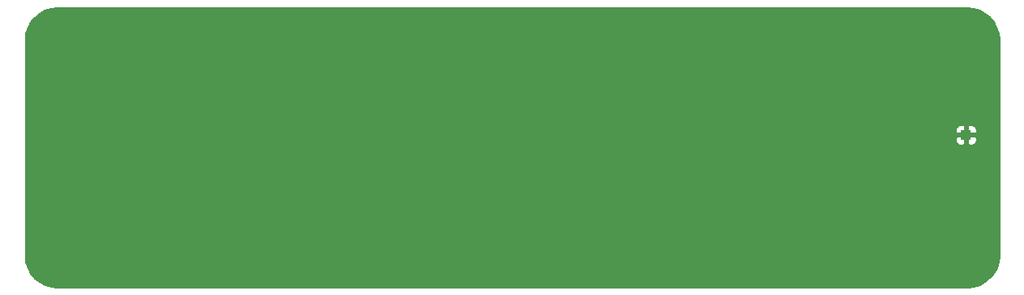
<source format=gbr>
G04 #@! TF.GenerationSoftware,KiCad,Pcbnew,(5.1.5-0)*
G04 #@! TF.CreationDate,2020-11-29T16:32:21-07:00*
G04 #@! TF.ProjectId,front_panel,66726f6e-745f-4706-916e-656c2e6b6963,rev?*
G04 #@! TF.SameCoordinates,Original*
G04 #@! TF.FileFunction,Copper,L1,Top*
G04 #@! TF.FilePolarity,Positive*
%FSLAX46Y46*%
G04 Gerber Fmt 4.6, Leading zero omitted, Abs format (unit mm)*
G04 Created by KiCad (PCBNEW (5.1.5-0)) date 2020-11-29 16:32:21*
%MOMM*%
%LPD*%
G04 APERTURE LIST*
%ADD10R,1.000000X1.000000*%
%ADD11C,5.800000*%
%ADD12C,13.000000*%
%ADD13C,0.250000*%
%ADD14C,0.254000*%
G04 APERTURE END LIST*
D10*
X195000000Y-110000000D03*
D11*
X100000000Y-100000000D03*
X100000000Y-122630000D03*
X195130000Y-100000000D03*
X195130000Y-122630000D03*
D12*
X112565000Y-118715000D03*
X132565000Y-118715000D03*
X152565000Y-118715000D03*
X172565000Y-118715000D03*
X122565000Y-103915000D03*
X142565000Y-103915000D03*
X162565000Y-103915000D03*
X182565000Y-103915000D03*
D13*
X152565000Y-118715000D02*
X172565000Y-118715000D01*
D14*
G36*
X195765502Y-96790476D02*
G01*
X196376802Y-96975039D01*
X196940603Y-97274817D01*
X197435445Y-97678399D01*
X197842474Y-98170412D01*
X198146184Y-98732112D01*
X198335008Y-99342104D01*
X198405000Y-100008036D01*
X198405001Y-122597712D01*
X198339524Y-123265501D01*
X198154962Y-123876800D01*
X197855183Y-124440603D01*
X197451598Y-124935447D01*
X196959587Y-125342474D01*
X196397888Y-125646184D01*
X195787896Y-125835008D01*
X195121964Y-125905000D01*
X100032278Y-125905000D01*
X99364499Y-125839524D01*
X98753200Y-125654962D01*
X98189397Y-125355183D01*
X97694553Y-124951598D01*
X97287526Y-124459587D01*
X96983816Y-123897888D01*
X96794992Y-123287896D01*
X96725000Y-122621964D01*
X96725000Y-110500000D01*
X193861928Y-110500000D01*
X193874188Y-110624482D01*
X193910498Y-110744180D01*
X193969463Y-110854494D01*
X194048815Y-110951185D01*
X194145506Y-111030537D01*
X194255820Y-111089502D01*
X194375518Y-111125812D01*
X194500000Y-111138072D01*
X194714250Y-111135000D01*
X194873000Y-110976250D01*
X194873000Y-110127000D01*
X195127000Y-110127000D01*
X195127000Y-110976250D01*
X195285750Y-111135000D01*
X195500000Y-111138072D01*
X195624482Y-111125812D01*
X195744180Y-111089502D01*
X195854494Y-111030537D01*
X195951185Y-110951185D01*
X196030537Y-110854494D01*
X196089502Y-110744180D01*
X196125812Y-110624482D01*
X196138072Y-110500000D01*
X196135000Y-110285750D01*
X195976250Y-110127000D01*
X195127000Y-110127000D01*
X194873000Y-110127000D01*
X194023750Y-110127000D01*
X193865000Y-110285750D01*
X193861928Y-110500000D01*
X96725000Y-110500000D01*
X96725000Y-109500000D01*
X193861928Y-109500000D01*
X193865000Y-109714250D01*
X194023750Y-109873000D01*
X194873000Y-109873000D01*
X194873000Y-109023750D01*
X195127000Y-109023750D01*
X195127000Y-109873000D01*
X195976250Y-109873000D01*
X196135000Y-109714250D01*
X196138072Y-109500000D01*
X196125812Y-109375518D01*
X196089502Y-109255820D01*
X196030537Y-109145506D01*
X195951185Y-109048815D01*
X195854494Y-108969463D01*
X195744180Y-108910498D01*
X195624482Y-108874188D01*
X195500000Y-108861928D01*
X195285750Y-108865000D01*
X195127000Y-109023750D01*
X194873000Y-109023750D01*
X194714250Y-108865000D01*
X194500000Y-108861928D01*
X194375518Y-108874188D01*
X194255820Y-108910498D01*
X194145506Y-108969463D01*
X194048815Y-109048815D01*
X193969463Y-109145506D01*
X193910498Y-109255820D01*
X193874188Y-109375518D01*
X193861928Y-109500000D01*
X96725000Y-109500000D01*
X96725000Y-100032278D01*
X96790476Y-99364498D01*
X96975039Y-98753198D01*
X97274817Y-98189397D01*
X97678399Y-97694555D01*
X98170412Y-97287526D01*
X98732112Y-96983816D01*
X99342104Y-96794992D01*
X100008036Y-96725000D01*
X195097722Y-96725000D01*
X195765502Y-96790476D01*
G37*
X195765502Y-96790476D02*
X196376802Y-96975039D01*
X196940603Y-97274817D01*
X197435445Y-97678399D01*
X197842474Y-98170412D01*
X198146184Y-98732112D01*
X198335008Y-99342104D01*
X198405000Y-100008036D01*
X198405001Y-122597712D01*
X198339524Y-123265501D01*
X198154962Y-123876800D01*
X197855183Y-124440603D01*
X197451598Y-124935447D01*
X196959587Y-125342474D01*
X196397888Y-125646184D01*
X195787896Y-125835008D01*
X195121964Y-125905000D01*
X100032278Y-125905000D01*
X99364499Y-125839524D01*
X98753200Y-125654962D01*
X98189397Y-125355183D01*
X97694553Y-124951598D01*
X97287526Y-124459587D01*
X96983816Y-123897888D01*
X96794992Y-123287896D01*
X96725000Y-122621964D01*
X96725000Y-110500000D01*
X193861928Y-110500000D01*
X193874188Y-110624482D01*
X193910498Y-110744180D01*
X193969463Y-110854494D01*
X194048815Y-110951185D01*
X194145506Y-111030537D01*
X194255820Y-111089502D01*
X194375518Y-111125812D01*
X194500000Y-111138072D01*
X194714250Y-111135000D01*
X194873000Y-110976250D01*
X194873000Y-110127000D01*
X195127000Y-110127000D01*
X195127000Y-110976250D01*
X195285750Y-111135000D01*
X195500000Y-111138072D01*
X195624482Y-111125812D01*
X195744180Y-111089502D01*
X195854494Y-111030537D01*
X195951185Y-110951185D01*
X196030537Y-110854494D01*
X196089502Y-110744180D01*
X196125812Y-110624482D01*
X196138072Y-110500000D01*
X196135000Y-110285750D01*
X195976250Y-110127000D01*
X195127000Y-110127000D01*
X194873000Y-110127000D01*
X194023750Y-110127000D01*
X193865000Y-110285750D01*
X193861928Y-110500000D01*
X96725000Y-110500000D01*
X96725000Y-109500000D01*
X193861928Y-109500000D01*
X193865000Y-109714250D01*
X194023750Y-109873000D01*
X194873000Y-109873000D01*
X194873000Y-109023750D01*
X195127000Y-109023750D01*
X195127000Y-109873000D01*
X195976250Y-109873000D01*
X196135000Y-109714250D01*
X196138072Y-109500000D01*
X196125812Y-109375518D01*
X196089502Y-109255820D01*
X196030537Y-109145506D01*
X195951185Y-109048815D01*
X195854494Y-108969463D01*
X195744180Y-108910498D01*
X195624482Y-108874188D01*
X195500000Y-108861928D01*
X195285750Y-108865000D01*
X195127000Y-109023750D01*
X194873000Y-109023750D01*
X194714250Y-108865000D01*
X194500000Y-108861928D01*
X194375518Y-108874188D01*
X194255820Y-108910498D01*
X194145506Y-108969463D01*
X194048815Y-109048815D01*
X193969463Y-109145506D01*
X193910498Y-109255820D01*
X193874188Y-109375518D01*
X193861928Y-109500000D01*
X96725000Y-109500000D01*
X96725000Y-100032278D01*
X96790476Y-99364498D01*
X96975039Y-98753198D01*
X97274817Y-98189397D01*
X97678399Y-97694555D01*
X98170412Y-97287526D01*
X98732112Y-96983816D01*
X99342104Y-96794992D01*
X100008036Y-96725000D01*
X195097722Y-96725000D01*
X195765502Y-96790476D01*
M02*

</source>
